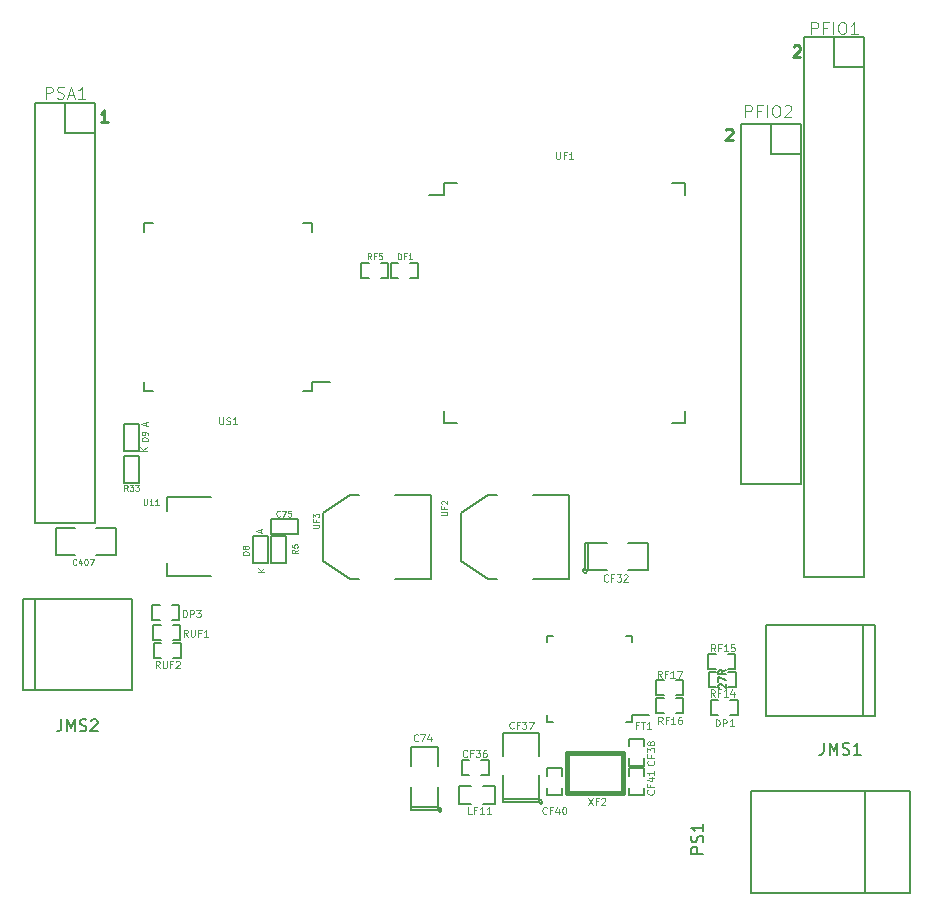
<source format=gto>
G04 #@! TF.FileFunction,Legend,Top*
%FSLAX46Y46*%
G04 Gerber Fmt 4.6, Leading zero omitted, Abs format (unit mm)*
G04 Created by KiCad (PCBNEW 0.201509020901+6148~28~ubuntu14.04.1-product) date Tue 20 Oct 2015 11:08:51 PM COT*
%MOMM*%
G01*
G04 APERTURE LIST*
%ADD10C,0.100000*%
%ADD11C,0.250000*%
%ADD12C,0.110000*%
%ADD13C,0.127000*%
%ADD14C,0.152400*%
%ADD15C,0.150000*%
%ADD16C,0.203200*%
%ADD17C,0.381000*%
%ADD18C,0.120000*%
G04 APERTURE END LIST*
D10*
D11*
X84674286Y-67577619D02*
X84721905Y-67530000D01*
X84817143Y-67482381D01*
X85055239Y-67482381D01*
X85150477Y-67530000D01*
X85198096Y-67577619D01*
X85245715Y-67672857D01*
X85245715Y-67768095D01*
X85198096Y-67910952D01*
X84626667Y-68482381D01*
X85245715Y-68482381D01*
X78934286Y-74617619D02*
X78981905Y-74570000D01*
X79077143Y-74522381D01*
X79315239Y-74522381D01*
X79410477Y-74570000D01*
X79458096Y-74617619D01*
X79505715Y-74712857D01*
X79505715Y-74808095D01*
X79458096Y-74950952D01*
X78886667Y-75522381D01*
X79505715Y-75522381D01*
X26615715Y-73982381D02*
X26044286Y-73982381D01*
X26330000Y-73982381D02*
X26330000Y-72982381D01*
X26234762Y-73125238D01*
X26139524Y-73220476D01*
X26044286Y-73268095D01*
D12*
X39545933Y-108701647D02*
X39545933Y-108463552D01*
X39688790Y-108749266D02*
X39188790Y-108582599D01*
X39688790Y-108415933D01*
X29815000Y-99665714D02*
X29815000Y-99394285D01*
X29977857Y-99719999D02*
X29407857Y-99529999D01*
X29977857Y-99339999D01*
X29947857Y-101809286D02*
X29377857Y-101809286D01*
X29947857Y-101483571D02*
X29622143Y-101727857D01*
X29377857Y-101483571D02*
X29703571Y-101809286D01*
X39868790Y-112043552D02*
X39368790Y-112043552D01*
X39868790Y-111757838D02*
X39583076Y-111972124D01*
X39368790Y-111757838D02*
X39654505Y-112043552D01*
D13*
X40432800Y-107589900D02*
X42718800Y-107589900D01*
X42718800Y-107589900D02*
X42718800Y-108859900D01*
X42718800Y-108859900D02*
X40432800Y-108859900D01*
X40432800Y-108859900D02*
X40432800Y-107589900D01*
X27301000Y-110663300D02*
X27301000Y-108377300D01*
X27301000Y-108377300D02*
X25650000Y-108377300D01*
X23872000Y-110663300D02*
X22221000Y-110663300D01*
X22221000Y-110663300D02*
X22221000Y-108377300D01*
X22221000Y-108377300D02*
X23872000Y-108377300D01*
X25650000Y-110663300D02*
X27301000Y-110663300D01*
X40172600Y-109024600D02*
X40172600Y-111310600D01*
X40172600Y-111310600D02*
X38902600Y-111310600D01*
X38902600Y-111310600D02*
X38902600Y-109024600D01*
X38902600Y-109024600D02*
X40172600Y-109024600D01*
X29215000Y-99557000D02*
X29215000Y-101843000D01*
X29215000Y-101843000D02*
X27945000Y-101843000D01*
X27945000Y-101843000D02*
X27945000Y-99557000D01*
X27945000Y-99557000D02*
X29215000Y-99557000D01*
X41677400Y-109012300D02*
X41677400Y-111298300D01*
X41677400Y-111298300D02*
X40407400Y-111298300D01*
X40407400Y-111298300D02*
X40407400Y-109012300D01*
X40407400Y-109012300D02*
X41677400Y-109012300D01*
X27975000Y-104493000D02*
X27975000Y-102207000D01*
X27975000Y-102207000D02*
X29245000Y-102207000D01*
X29245000Y-102207000D02*
X29245000Y-104493000D01*
X29245000Y-104493000D02*
X27975000Y-104493000D01*
D14*
X31635800Y-106895600D02*
X31635800Y-105727200D01*
X31635800Y-105727200D02*
X35344200Y-105727200D01*
X35344200Y-112432800D02*
X31635800Y-112432800D01*
X31635800Y-112432800D02*
X31635800Y-111264400D01*
D15*
X55105000Y-79125000D02*
X55105000Y-80175000D01*
X75455000Y-79125000D02*
X75455000Y-80175000D01*
X75455000Y-99475000D02*
X75455000Y-98425000D01*
X55105000Y-99475000D02*
X55105000Y-98425000D01*
X55105000Y-79125000D02*
X56155000Y-79125000D01*
X55105000Y-99475000D02*
X56155000Y-99475000D01*
X75455000Y-99475000D02*
X74405000Y-99475000D01*
X75455000Y-79125000D02*
X74405000Y-79125000D01*
X55105000Y-80175000D02*
X53805000Y-80175000D01*
X43915000Y-96765000D02*
X43915000Y-96005000D01*
X29665000Y-96765000D02*
X29665000Y-96005000D01*
X29665000Y-82515000D02*
X29665000Y-83275000D01*
X43915000Y-82515000D02*
X43915000Y-83275000D01*
X43915000Y-96765000D02*
X43155000Y-96765000D01*
X43915000Y-82515000D02*
X43155000Y-82515000D01*
X29665000Y-82515000D02*
X30425000Y-82515000D01*
X29665000Y-96765000D02*
X30425000Y-96765000D01*
X43915000Y-96005000D02*
X45440000Y-96005000D01*
D16*
X67185605Y-111990000D02*
G75*
G03X67185605Y-111990000I-179605J0D01*
G01*
D13*
X67260000Y-109577000D02*
X67006000Y-109577000D01*
X67006000Y-109577000D02*
X67006000Y-111863000D01*
X67006000Y-111863000D02*
X67260000Y-111863000D01*
X67260000Y-109577000D02*
X67260000Y-111863000D01*
X67260000Y-111863000D02*
X68911000Y-111863000D01*
X70689000Y-109577000D02*
X72340000Y-109577000D01*
X72340000Y-109577000D02*
X72340000Y-111863000D01*
X72340000Y-111863000D02*
X70689000Y-111863000D01*
X68911000Y-109577000D02*
X67260000Y-109577000D01*
D15*
X62574000Y-112636000D02*
X65622000Y-112636000D01*
X65622000Y-112636000D02*
X65622000Y-105524000D01*
X65622000Y-105524000D02*
X62574000Y-105524000D01*
X59526000Y-112636000D02*
X58764000Y-112636000D01*
X58764000Y-112636000D02*
X56478000Y-111112000D01*
X56478000Y-111112000D02*
X56478000Y-107048000D01*
X56478000Y-107048000D02*
X58764000Y-105524000D01*
X58764000Y-105524000D02*
X59526000Y-105524000D01*
X50894000Y-112666000D02*
X53942000Y-112666000D01*
X53942000Y-112666000D02*
X53942000Y-105554000D01*
X53942000Y-105554000D02*
X50894000Y-105554000D01*
X47846000Y-112666000D02*
X47084000Y-112666000D01*
X47084000Y-112666000D02*
X44798000Y-111142000D01*
X44798000Y-111142000D02*
X44798000Y-107078000D01*
X44798000Y-107078000D02*
X47084000Y-105554000D01*
X47084000Y-105554000D02*
X47846000Y-105554000D01*
X85560000Y-66750000D02*
X85560000Y-112470000D01*
X90640000Y-112470000D02*
X90640000Y-69290000D01*
X85560000Y-112470000D02*
X90640000Y-112470000D01*
X85560000Y-66750000D02*
X88100000Y-66750000D01*
X90640000Y-66750000D02*
X90640000Y-69290000D01*
X88100000Y-66750000D02*
X88100000Y-69290000D01*
X88100000Y-69290000D02*
X90640000Y-69290000D01*
X90640000Y-66750000D02*
X88100000Y-66750000D01*
X80210000Y-104580000D02*
X80210000Y-74100000D01*
X85290000Y-76640000D02*
X85290000Y-104580000D01*
X80210000Y-104580000D02*
X85290000Y-104580000D01*
X80210000Y-74100000D02*
X82750000Y-74100000D01*
X85290000Y-74100000D02*
X85290000Y-76640000D01*
X82750000Y-74100000D02*
X82750000Y-76640000D01*
X82750000Y-76640000D02*
X85290000Y-76640000D01*
X85290000Y-74100000D02*
X82750000Y-74100000D01*
X20410000Y-107910000D02*
X20410000Y-72350000D01*
X25490000Y-74890000D02*
X25490000Y-107910000D01*
X20410000Y-107910000D02*
X25490000Y-107910000D01*
X20410000Y-72350000D02*
X22950000Y-72350000D01*
X25490000Y-72350000D02*
X25490000Y-74890000D01*
X22950000Y-72350000D02*
X22950000Y-74890000D01*
X22950000Y-74890000D02*
X25490000Y-74890000D01*
X25490000Y-72350000D02*
X22950000Y-72350000D01*
D14*
X50547000Y-85925000D02*
X51182000Y-85925000D01*
X52833000Y-85925000D02*
X52198000Y-85925000D01*
X52833000Y-87195000D02*
X52833000Y-85925000D01*
X50547000Y-87195000D02*
X50547000Y-85925000D01*
X52833000Y-87195000D02*
X52198000Y-87195000D01*
X50547000Y-87195000D02*
X51182000Y-87195000D01*
X50373000Y-87195000D02*
X49738000Y-87195000D01*
X48087000Y-87195000D02*
X48722000Y-87195000D01*
X48087000Y-85925000D02*
X48087000Y-87195000D01*
X50373000Y-85925000D02*
X50373000Y-87195000D01*
X48087000Y-85925000D02*
X48722000Y-85925000D01*
X50373000Y-85925000D02*
X49738000Y-85925000D01*
X58853000Y-129215000D02*
X58218000Y-129215000D01*
X56567000Y-129215000D02*
X57202000Y-129215000D01*
X56567000Y-127945000D02*
X56567000Y-129215000D01*
X58853000Y-127945000D02*
X58853000Y-129215000D01*
X56567000Y-127945000D02*
X57202000Y-127945000D01*
X58853000Y-127945000D02*
X58218000Y-127945000D01*
D13*
X60056000Y-131294000D02*
X60056000Y-131548000D01*
X60056000Y-131548000D02*
X63104000Y-131548000D01*
X63104000Y-131548000D02*
X63104000Y-131294000D01*
D16*
X63410605Y-131548000D02*
G75*
G03X63410605Y-131548000I-179605J0D01*
G01*
D13*
X63104000Y-127611000D02*
X63104000Y-125706000D01*
X63104000Y-125706000D02*
X60056000Y-125706000D01*
X60056000Y-125706000D02*
X60056000Y-127611000D01*
X60056000Y-129262000D02*
X60056000Y-131294000D01*
X60056000Y-131294000D02*
X63104000Y-131294000D01*
X63104000Y-131294000D02*
X63104000Y-129262000D01*
D14*
X70705000Y-128473000D02*
X70705000Y-127838000D01*
X70705000Y-126187000D02*
X70705000Y-126822000D01*
X71975000Y-126187000D02*
X70705000Y-126187000D01*
X71975000Y-128473000D02*
X70705000Y-128473000D01*
X71975000Y-126187000D02*
X71975000Y-126822000D01*
X71975000Y-128473000D02*
X71975000Y-127838000D01*
X65035000Y-128677000D02*
X65035000Y-129312000D01*
X65035000Y-130963000D02*
X65035000Y-130328000D01*
X63765000Y-130963000D02*
X65035000Y-130963000D01*
X63765000Y-128677000D02*
X65035000Y-128677000D01*
X63765000Y-130963000D02*
X63765000Y-130328000D01*
X63765000Y-128677000D02*
X63765000Y-129312000D01*
X71985000Y-128687000D02*
X71985000Y-129322000D01*
X71985000Y-130973000D02*
X71985000Y-130338000D01*
X70715000Y-130973000D02*
X71985000Y-130973000D01*
X70715000Y-128687000D02*
X71985000Y-128687000D01*
X70715000Y-130973000D02*
X70715000Y-130338000D01*
X70715000Y-128687000D02*
X70715000Y-129322000D01*
D15*
X71025000Y-124735000D02*
X71025000Y-124210000D01*
X63775000Y-124735000D02*
X63775000Y-124210000D01*
X63775000Y-117485000D02*
X63775000Y-118010000D01*
X71025000Y-117485000D02*
X71025000Y-118010000D01*
X71025000Y-124735000D02*
X70500000Y-124735000D01*
X71025000Y-117485000D02*
X70500000Y-117485000D01*
X63775000Y-117485000D02*
X64300000Y-117485000D01*
X63775000Y-124735000D02*
X64300000Y-124735000D01*
X71025000Y-124210000D02*
X72400000Y-124210000D01*
D13*
X57402000Y-131682000D02*
X56386000Y-131682000D01*
X56386000Y-131682000D02*
X56386000Y-130158000D01*
X56386000Y-130158000D02*
X57402000Y-130158000D01*
X58418000Y-130158000D02*
X59434000Y-130158000D01*
X59434000Y-130158000D02*
X59434000Y-131682000D01*
X59434000Y-131682000D02*
X58418000Y-131682000D01*
D14*
X77497000Y-120495000D02*
X78132000Y-120495000D01*
X79783000Y-120495000D02*
X79148000Y-120495000D01*
X79783000Y-121765000D02*
X79783000Y-120495000D01*
X77497000Y-121765000D02*
X77497000Y-120495000D01*
X79783000Y-121765000D02*
X79148000Y-121765000D01*
X77497000Y-121765000D02*
X78132000Y-121765000D01*
X77457000Y-118985000D02*
X78092000Y-118985000D01*
X79743000Y-118985000D02*
X79108000Y-118985000D01*
X79743000Y-120255000D02*
X79743000Y-118985000D01*
X77457000Y-120255000D02*
X77457000Y-118985000D01*
X79743000Y-120255000D02*
X79108000Y-120255000D01*
X77457000Y-120255000D02*
X78092000Y-120255000D01*
X75343000Y-124015000D02*
X74708000Y-124015000D01*
X73057000Y-124015000D02*
X73692000Y-124015000D01*
X73057000Y-122745000D02*
X73057000Y-124015000D01*
X75343000Y-122745000D02*
X75343000Y-124015000D01*
X73057000Y-122745000D02*
X73692000Y-122745000D01*
X75343000Y-122745000D02*
X74708000Y-122745000D01*
X73037000Y-121235000D02*
X73672000Y-121235000D01*
X75323000Y-121235000D02*
X74688000Y-121235000D01*
X75323000Y-122505000D02*
X75323000Y-121235000D01*
X73037000Y-122505000D02*
X73037000Y-121235000D01*
X75323000Y-122505000D02*
X74688000Y-122505000D01*
X73037000Y-122505000D02*
X73672000Y-122505000D01*
D16*
X54869605Y-132214000D02*
G75*
G03X54869605Y-132214000I-179605J0D01*
G01*
D13*
X52277000Y-131960000D02*
X52277000Y-132214000D01*
X52277000Y-132214000D02*
X54563000Y-132214000D01*
X54563000Y-132214000D02*
X54563000Y-131960000D01*
X52277000Y-131960000D02*
X54563000Y-131960000D01*
X54563000Y-131960000D02*
X54563000Y-130309000D01*
X52277000Y-128531000D02*
X52277000Y-126880000D01*
X52277000Y-126880000D02*
X54563000Y-126880000D01*
X54563000Y-126880000D02*
X54563000Y-128531000D01*
X52277000Y-130309000D02*
X52277000Y-131960000D01*
D15*
X90549180Y-124220640D02*
X90549180Y-116519360D01*
X91549940Y-124220640D02*
X91549940Y-116519360D01*
X91549940Y-116519360D02*
X82350060Y-116519360D01*
X82350060Y-116519360D02*
X82350060Y-124220640D01*
X82350060Y-124220640D02*
X91549940Y-124220640D01*
D14*
X77677000Y-122945000D02*
X78312000Y-122945000D01*
X79963000Y-122945000D02*
X79328000Y-122945000D01*
X79963000Y-124215000D02*
X79963000Y-122945000D01*
X77677000Y-124215000D02*
X77677000Y-122945000D01*
X79963000Y-124215000D02*
X79328000Y-124215000D01*
X77677000Y-124215000D02*
X78312000Y-124215000D01*
D15*
X93792000Y-139268000D02*
X94554000Y-139268000D01*
X94554000Y-139268000D02*
X94554000Y-130632000D01*
X94554000Y-130632000D02*
X93792000Y-130632000D01*
X90744000Y-139268000D02*
X90744000Y-130632000D01*
X81092000Y-139268000D02*
X81092000Y-130632000D01*
X93792000Y-130632000D02*
X81092000Y-130632000D01*
X93792000Y-139268000D02*
X81092000Y-139268000D01*
D14*
X32663000Y-116165000D02*
X32028000Y-116165000D01*
X30377000Y-116165000D02*
X31012000Y-116165000D01*
X30377000Y-114895000D02*
X30377000Y-116165000D01*
X32663000Y-114895000D02*
X32663000Y-116165000D01*
X30377000Y-114895000D02*
X31012000Y-114895000D01*
X32663000Y-114895000D02*
X32028000Y-114895000D01*
D15*
X20440820Y-114339360D02*
X20440820Y-122040640D01*
X19440060Y-114339360D02*
X19440060Y-122040640D01*
X19440060Y-122040640D02*
X28639940Y-122040640D01*
X28639940Y-122040640D02*
X28639940Y-114339360D01*
X28639940Y-114339360D02*
X19440060Y-114339360D01*
D14*
X32763000Y-117845000D02*
X32128000Y-117845000D01*
X30477000Y-117845000D02*
X31112000Y-117845000D01*
X30477000Y-116575000D02*
X30477000Y-117845000D01*
X32763000Y-116575000D02*
X32763000Y-117845000D01*
X30477000Y-116575000D02*
X31112000Y-116575000D01*
X32763000Y-116575000D02*
X32128000Y-116575000D01*
X32803000Y-119365000D02*
X32168000Y-119365000D01*
X30517000Y-119365000D02*
X31152000Y-119365000D01*
X30517000Y-118095000D02*
X30517000Y-119365000D01*
X32803000Y-118095000D02*
X32803000Y-119365000D01*
X30517000Y-118095000D02*
X31152000Y-118095000D01*
X32803000Y-118095000D02*
X32168000Y-118095000D01*
D17*
X70220000Y-130660000D02*
X70220000Y-127460000D01*
X70220000Y-127460000D02*
X70220000Y-127360000D01*
X70220000Y-127360000D02*
X65520000Y-127360000D01*
X65520000Y-127360000D02*
X65520000Y-130760000D01*
X65520000Y-130760000D02*
X70220000Y-130760000D01*
D18*
X41190872Y-107323971D02*
X41167062Y-107347781D01*
X41095634Y-107371590D01*
X41048015Y-107371590D01*
X40976586Y-107347781D01*
X40928967Y-107300162D01*
X40905158Y-107252543D01*
X40881348Y-107157305D01*
X40881348Y-107085876D01*
X40905158Y-106990638D01*
X40928967Y-106943019D01*
X40976586Y-106895400D01*
X41048015Y-106871590D01*
X41095634Y-106871590D01*
X41167062Y-106895400D01*
X41190872Y-106919210D01*
X41357539Y-106871590D02*
X41690872Y-106871590D01*
X41476586Y-107371590D01*
X42119443Y-106871590D02*
X41881348Y-106871590D01*
X41857538Y-107109686D01*
X41881348Y-107085876D01*
X41928967Y-107062067D01*
X42048014Y-107062067D01*
X42095633Y-107085876D01*
X42119443Y-107109686D01*
X42143252Y-107157305D01*
X42143252Y-107276352D01*
X42119443Y-107323971D01*
X42095633Y-107347781D01*
X42048014Y-107371590D01*
X41928967Y-107371590D01*
X41881348Y-107347781D01*
X41857538Y-107323971D01*
X23951477Y-111428871D02*
X23927667Y-111452681D01*
X23856239Y-111476490D01*
X23808620Y-111476490D01*
X23737191Y-111452681D01*
X23689572Y-111405062D01*
X23665763Y-111357443D01*
X23641953Y-111262205D01*
X23641953Y-111190776D01*
X23665763Y-111095538D01*
X23689572Y-111047919D01*
X23737191Y-111000300D01*
X23808620Y-110976490D01*
X23856239Y-110976490D01*
X23927667Y-111000300D01*
X23951477Y-111024110D01*
X24380048Y-111143157D02*
X24380048Y-111476490D01*
X24261001Y-110952681D02*
X24141953Y-111309824D01*
X24451477Y-111309824D01*
X24737191Y-110976490D02*
X24784810Y-110976490D01*
X24832429Y-111000300D01*
X24856238Y-111024110D01*
X24880048Y-111071729D01*
X24903857Y-111166967D01*
X24903857Y-111286014D01*
X24880048Y-111381252D01*
X24856238Y-111428871D01*
X24832429Y-111452681D01*
X24784810Y-111476490D01*
X24737191Y-111476490D01*
X24689572Y-111452681D01*
X24665762Y-111428871D01*
X24641953Y-111381252D01*
X24618143Y-111286014D01*
X24618143Y-111166967D01*
X24641953Y-111071729D01*
X24665762Y-111024110D01*
X24689572Y-111000300D01*
X24737191Y-110976490D01*
X25070524Y-110976490D02*
X25403857Y-110976490D01*
X25189571Y-111476490D01*
X38538790Y-110601647D02*
X38038790Y-110601647D01*
X38038790Y-110482600D01*
X38062600Y-110411171D01*
X38110219Y-110363552D01*
X38157838Y-110339743D01*
X38253076Y-110315933D01*
X38324505Y-110315933D01*
X38419743Y-110339743D01*
X38467362Y-110363552D01*
X38514981Y-110411171D01*
X38538790Y-110482600D01*
X38538790Y-110601647D01*
X38253076Y-110030219D02*
X38229267Y-110077838D01*
X38205457Y-110101647D01*
X38157838Y-110125457D01*
X38134029Y-110125457D01*
X38086410Y-110101647D01*
X38062600Y-110077838D01*
X38038790Y-110030219D01*
X38038790Y-109934981D01*
X38062600Y-109887362D01*
X38086410Y-109863552D01*
X38134029Y-109839743D01*
X38157838Y-109839743D01*
X38205457Y-109863552D01*
X38229267Y-109887362D01*
X38253076Y-109934981D01*
X38253076Y-110030219D01*
X38276886Y-110077838D01*
X38300695Y-110101647D01*
X38348314Y-110125457D01*
X38443552Y-110125457D01*
X38491171Y-110101647D01*
X38514981Y-110077838D01*
X38538790Y-110030219D01*
X38538790Y-109934981D01*
X38514981Y-109887362D01*
X38491171Y-109863552D01*
X38443552Y-109839743D01*
X38348314Y-109839743D01*
X38300695Y-109863552D01*
X38276886Y-109887362D01*
X38253076Y-109934981D01*
D10*
X29976190Y-100949047D02*
X29476190Y-100949047D01*
X29476190Y-100830000D01*
X29500000Y-100758571D01*
X29547619Y-100710952D01*
X29595238Y-100687143D01*
X29690476Y-100663333D01*
X29761905Y-100663333D01*
X29857143Y-100687143D01*
X29904762Y-100710952D01*
X29952381Y-100758571D01*
X29976190Y-100830000D01*
X29976190Y-100949047D01*
X29976190Y-100425238D02*
X29976190Y-100330000D01*
X29952381Y-100282381D01*
X29928571Y-100258571D01*
X29857143Y-100210952D01*
X29761905Y-100187143D01*
X29571429Y-100187143D01*
X29523810Y-100210952D01*
X29500000Y-100234762D01*
X29476190Y-100282381D01*
X29476190Y-100377619D01*
X29500000Y-100425238D01*
X29523810Y-100449047D01*
X29571429Y-100472857D01*
X29690476Y-100472857D01*
X29738095Y-100449047D01*
X29761905Y-100425238D01*
X29785714Y-100377619D01*
X29785714Y-100282381D01*
X29761905Y-100234762D01*
X29738095Y-100210952D01*
X29690476Y-100187143D01*
D18*
X42688590Y-110203633D02*
X42450495Y-110370300D01*
X42688590Y-110489347D02*
X42188590Y-110489347D01*
X42188590Y-110298871D01*
X42212400Y-110251252D01*
X42236210Y-110227443D01*
X42283829Y-110203633D01*
X42355257Y-110203633D01*
X42402876Y-110227443D01*
X42426686Y-110251252D01*
X42450495Y-110298871D01*
X42450495Y-110489347D01*
X42188590Y-109751252D02*
X42188590Y-109989347D01*
X42426686Y-110013157D01*
X42402876Y-109989347D01*
X42379067Y-109941728D01*
X42379067Y-109822681D01*
X42402876Y-109775062D01*
X42426686Y-109751252D01*
X42474305Y-109727443D01*
X42593352Y-109727443D01*
X42640971Y-109751252D01*
X42664781Y-109775062D01*
X42688590Y-109822681D01*
X42688590Y-109941728D01*
X42664781Y-109989347D01*
X42640971Y-110013157D01*
X28288572Y-105196190D02*
X28121905Y-104958095D01*
X28002858Y-105196190D02*
X28002858Y-104696190D01*
X28193334Y-104696190D01*
X28240953Y-104720000D01*
X28264762Y-104743810D01*
X28288572Y-104791429D01*
X28288572Y-104862857D01*
X28264762Y-104910476D01*
X28240953Y-104934286D01*
X28193334Y-104958095D01*
X28002858Y-104958095D01*
X28455239Y-104696190D02*
X28764762Y-104696190D01*
X28598096Y-104886667D01*
X28669524Y-104886667D01*
X28717143Y-104910476D01*
X28740953Y-104934286D01*
X28764762Y-104981905D01*
X28764762Y-105100952D01*
X28740953Y-105148571D01*
X28717143Y-105172381D01*
X28669524Y-105196190D01*
X28526667Y-105196190D01*
X28479048Y-105172381D01*
X28455239Y-105148571D01*
X28931429Y-104696190D02*
X29240952Y-104696190D01*
X29074286Y-104886667D01*
X29145714Y-104886667D01*
X29193333Y-104910476D01*
X29217143Y-104934286D01*
X29240952Y-104981905D01*
X29240952Y-105100952D01*
X29217143Y-105148571D01*
X29193333Y-105172381D01*
X29145714Y-105196190D01*
X29002857Y-105196190D01*
X28955238Y-105172381D01*
X28931429Y-105148571D01*
X29641053Y-105893690D02*
X29641053Y-106298452D01*
X29664862Y-106346071D01*
X29688672Y-106369881D01*
X29736291Y-106393690D01*
X29831529Y-106393690D01*
X29879148Y-106369881D01*
X29902957Y-106346071D01*
X29926767Y-106298452D01*
X29926767Y-105893690D01*
X30426767Y-106393690D02*
X30141053Y-106393690D01*
X30283910Y-106393690D02*
X30283910Y-105893690D01*
X30236291Y-105965119D01*
X30188672Y-106012738D01*
X30141053Y-106036548D01*
X30902957Y-106393690D02*
X30617243Y-106393690D01*
X30760100Y-106393690D02*
X30760100Y-105893690D01*
X30712481Y-105965119D01*
X30664862Y-106012738D01*
X30617243Y-106036548D01*
X64565714Y-76496429D02*
X64565714Y-76982143D01*
X64594286Y-77039286D01*
X64622857Y-77067857D01*
X64680000Y-77096429D01*
X64794286Y-77096429D01*
X64851428Y-77067857D01*
X64880000Y-77039286D01*
X64908571Y-76982143D01*
X64908571Y-76496429D01*
X65394285Y-76782143D02*
X65194285Y-76782143D01*
X65194285Y-77096429D02*
X65194285Y-76496429D01*
X65479999Y-76496429D01*
X66022857Y-77096429D02*
X65680000Y-77096429D01*
X65851428Y-77096429D02*
X65851428Y-76496429D01*
X65794285Y-76582143D01*
X65737143Y-76639286D01*
X65680000Y-76667857D01*
X36047143Y-98961429D02*
X36047143Y-99447143D01*
X36075715Y-99504286D01*
X36104286Y-99532857D01*
X36161429Y-99561429D01*
X36275715Y-99561429D01*
X36332857Y-99532857D01*
X36361429Y-99504286D01*
X36390000Y-99447143D01*
X36390000Y-98961429D01*
X36647143Y-99532857D02*
X36732857Y-99561429D01*
X36875714Y-99561429D01*
X36932857Y-99532857D01*
X36961428Y-99504286D01*
X36990000Y-99447143D01*
X36990000Y-99390000D01*
X36961428Y-99332857D01*
X36932857Y-99304286D01*
X36875714Y-99275714D01*
X36761428Y-99247143D01*
X36704286Y-99218571D01*
X36675714Y-99190000D01*
X36647143Y-99132857D01*
X36647143Y-99075714D01*
X36675714Y-99018571D01*
X36704286Y-98990000D01*
X36761428Y-98961429D01*
X36904286Y-98961429D01*
X36990000Y-98990000D01*
X37561429Y-99561429D02*
X37218572Y-99561429D01*
X37390000Y-99561429D02*
X37390000Y-98961429D01*
X37332857Y-99047143D01*
X37275715Y-99104286D01*
X37218572Y-99132857D01*
X68966642Y-112813886D02*
X68938071Y-112842457D01*
X68852357Y-112871029D01*
X68795214Y-112871029D01*
X68709499Y-112842457D01*
X68652357Y-112785314D01*
X68623785Y-112728171D01*
X68595214Y-112613886D01*
X68595214Y-112528171D01*
X68623785Y-112413886D01*
X68652357Y-112356743D01*
X68709499Y-112299600D01*
X68795214Y-112271029D01*
X68852357Y-112271029D01*
X68938071Y-112299600D01*
X68966642Y-112328171D01*
X69423785Y-112556743D02*
X69223785Y-112556743D01*
X69223785Y-112871029D02*
X69223785Y-112271029D01*
X69509499Y-112271029D01*
X69680928Y-112271029D02*
X70052357Y-112271029D01*
X69852357Y-112499600D01*
X69938071Y-112499600D01*
X69995214Y-112528171D01*
X70023785Y-112556743D01*
X70052357Y-112613886D01*
X70052357Y-112756743D01*
X70023785Y-112813886D01*
X69995214Y-112842457D01*
X69938071Y-112871029D01*
X69766643Y-112871029D01*
X69709500Y-112842457D01*
X69680928Y-112813886D01*
X70280929Y-112328171D02*
X70309500Y-112299600D01*
X70366643Y-112271029D01*
X70509500Y-112271029D01*
X70566643Y-112299600D01*
X70595214Y-112328171D01*
X70623786Y-112385314D01*
X70623786Y-112442457D01*
X70595214Y-112528171D01*
X70252357Y-112871029D01*
X70623786Y-112871029D01*
X54840190Y-107232637D02*
X55244952Y-107232637D01*
X55292571Y-107208828D01*
X55316381Y-107185018D01*
X55340190Y-107137399D01*
X55340190Y-107042161D01*
X55316381Y-106994542D01*
X55292571Y-106970733D01*
X55244952Y-106946923D01*
X54840190Y-106946923D01*
X55078286Y-106542161D02*
X55078286Y-106708827D01*
X55340190Y-106708827D02*
X54840190Y-106708827D01*
X54840190Y-106470732D01*
X54887810Y-106304066D02*
X54864000Y-106280256D01*
X54840190Y-106232637D01*
X54840190Y-106113590D01*
X54864000Y-106065971D01*
X54887810Y-106042161D01*
X54935429Y-106018352D01*
X54983048Y-106018352D01*
X55054476Y-106042161D01*
X55340190Y-106327875D01*
X55340190Y-106018352D01*
X43981690Y-108337537D02*
X44386452Y-108337537D01*
X44434071Y-108313728D01*
X44457881Y-108289918D01*
X44481690Y-108242299D01*
X44481690Y-108147061D01*
X44457881Y-108099442D01*
X44434071Y-108075633D01*
X44386452Y-108051823D01*
X43981690Y-108051823D01*
X44219786Y-107647061D02*
X44219786Y-107813727D01*
X44481690Y-107813727D02*
X43981690Y-107813727D01*
X43981690Y-107575632D01*
X43981690Y-107432775D02*
X43981690Y-107123252D01*
X44172167Y-107289918D01*
X44172167Y-107218490D01*
X44195976Y-107170871D01*
X44219786Y-107147061D01*
X44267405Y-107123252D01*
X44386452Y-107123252D01*
X44434071Y-107147061D01*
X44457881Y-107170871D01*
X44481690Y-107218490D01*
X44481690Y-107361347D01*
X44457881Y-107408966D01*
X44434071Y-107432775D01*
X86181429Y-66512381D02*
X86181429Y-65512381D01*
X86562382Y-65512381D01*
X86657620Y-65560000D01*
X86705239Y-65607619D01*
X86752858Y-65702857D01*
X86752858Y-65845714D01*
X86705239Y-65940952D01*
X86657620Y-65988571D01*
X86562382Y-66036190D01*
X86181429Y-66036190D01*
X87514763Y-65988571D02*
X87181429Y-65988571D01*
X87181429Y-66512381D02*
X87181429Y-65512381D01*
X87657620Y-65512381D01*
X88038572Y-66512381D02*
X88038572Y-65512381D01*
X88705238Y-65512381D02*
X88895715Y-65512381D01*
X88990953Y-65560000D01*
X89086191Y-65655238D01*
X89133810Y-65845714D01*
X89133810Y-66179048D01*
X89086191Y-66369524D01*
X88990953Y-66464762D01*
X88895715Y-66512381D01*
X88705238Y-66512381D01*
X88610000Y-66464762D01*
X88514762Y-66369524D01*
X88467143Y-66179048D01*
X88467143Y-65845714D01*
X88514762Y-65655238D01*
X88610000Y-65560000D01*
X88705238Y-65512381D01*
X90086191Y-66512381D02*
X89514762Y-66512381D01*
X89800476Y-66512381D02*
X89800476Y-65512381D01*
X89705238Y-65655238D01*
X89610000Y-65750476D01*
X89514762Y-65798095D01*
X80581429Y-73542381D02*
X80581429Y-72542381D01*
X80962382Y-72542381D01*
X81057620Y-72590000D01*
X81105239Y-72637619D01*
X81152858Y-72732857D01*
X81152858Y-72875714D01*
X81105239Y-72970952D01*
X81057620Y-73018571D01*
X80962382Y-73066190D01*
X80581429Y-73066190D01*
X81914763Y-73018571D02*
X81581429Y-73018571D01*
X81581429Y-73542381D02*
X81581429Y-72542381D01*
X82057620Y-72542381D01*
X82438572Y-73542381D02*
X82438572Y-72542381D01*
X83105238Y-72542381D02*
X83295715Y-72542381D01*
X83390953Y-72590000D01*
X83486191Y-72685238D01*
X83533810Y-72875714D01*
X83533810Y-73209048D01*
X83486191Y-73399524D01*
X83390953Y-73494762D01*
X83295715Y-73542381D01*
X83105238Y-73542381D01*
X83010000Y-73494762D01*
X82914762Y-73399524D01*
X82867143Y-73209048D01*
X82867143Y-72875714D01*
X82914762Y-72685238D01*
X83010000Y-72590000D01*
X83105238Y-72542381D01*
X83914762Y-72637619D02*
X83962381Y-72590000D01*
X84057619Y-72542381D01*
X84295715Y-72542381D01*
X84390953Y-72590000D01*
X84438572Y-72637619D01*
X84486191Y-72732857D01*
X84486191Y-72828095D01*
X84438572Y-72970952D01*
X83867143Y-73542381D01*
X84486191Y-73542381D01*
X21357143Y-71982381D02*
X21357143Y-70982381D01*
X21738096Y-70982381D01*
X21833334Y-71030000D01*
X21880953Y-71077619D01*
X21928572Y-71172857D01*
X21928572Y-71315714D01*
X21880953Y-71410952D01*
X21833334Y-71458571D01*
X21738096Y-71506190D01*
X21357143Y-71506190D01*
X22309524Y-71934762D02*
X22452381Y-71982381D01*
X22690477Y-71982381D01*
X22785715Y-71934762D01*
X22833334Y-71887143D01*
X22880953Y-71791905D01*
X22880953Y-71696667D01*
X22833334Y-71601429D01*
X22785715Y-71553810D01*
X22690477Y-71506190D01*
X22500000Y-71458571D01*
X22404762Y-71410952D01*
X22357143Y-71363333D01*
X22309524Y-71268095D01*
X22309524Y-71172857D01*
X22357143Y-71077619D01*
X22404762Y-71030000D01*
X22500000Y-70982381D01*
X22738096Y-70982381D01*
X22880953Y-71030000D01*
X23261905Y-71696667D02*
X23738096Y-71696667D01*
X23166667Y-71982381D02*
X23500000Y-70982381D01*
X23833334Y-71982381D01*
X24690477Y-71982381D02*
X24119048Y-71982381D01*
X24404762Y-71982381D02*
X24404762Y-70982381D01*
X24309524Y-71125238D01*
X24214286Y-71220476D01*
X24119048Y-71268095D01*
X51176668Y-85596190D02*
X51176668Y-85096190D01*
X51295715Y-85096190D01*
X51367144Y-85120000D01*
X51414763Y-85167619D01*
X51438572Y-85215238D01*
X51462382Y-85310476D01*
X51462382Y-85381905D01*
X51438572Y-85477143D01*
X51414763Y-85524762D01*
X51367144Y-85572381D01*
X51295715Y-85596190D01*
X51176668Y-85596190D01*
X51843334Y-85334286D02*
X51676668Y-85334286D01*
X51676668Y-85596190D02*
X51676668Y-85096190D01*
X51914763Y-85096190D01*
X52367143Y-85596190D02*
X52081429Y-85596190D01*
X52224286Y-85596190D02*
X52224286Y-85096190D01*
X52176667Y-85167619D01*
X52129048Y-85215238D01*
X52081429Y-85239048D01*
X48922382Y-85576190D02*
X48755715Y-85338095D01*
X48636668Y-85576190D02*
X48636668Y-85076190D01*
X48827144Y-85076190D01*
X48874763Y-85100000D01*
X48898572Y-85123810D01*
X48922382Y-85171429D01*
X48922382Y-85242857D01*
X48898572Y-85290476D01*
X48874763Y-85314286D01*
X48827144Y-85338095D01*
X48636668Y-85338095D01*
X49303334Y-85314286D02*
X49136668Y-85314286D01*
X49136668Y-85576190D02*
X49136668Y-85076190D01*
X49374763Y-85076190D01*
X49803334Y-85076190D02*
X49565239Y-85076190D01*
X49541429Y-85314286D01*
X49565239Y-85290476D01*
X49612858Y-85266667D01*
X49731905Y-85266667D01*
X49779524Y-85290476D01*
X49803334Y-85314286D01*
X49827143Y-85361905D01*
X49827143Y-85480952D01*
X49803334Y-85528571D01*
X49779524Y-85552381D01*
X49731905Y-85576190D01*
X49612858Y-85576190D01*
X49565239Y-85552381D01*
X49541429Y-85528571D01*
X57037142Y-127684286D02*
X57008571Y-127712857D01*
X56922857Y-127741429D01*
X56865714Y-127741429D01*
X56779999Y-127712857D01*
X56722857Y-127655714D01*
X56694285Y-127598571D01*
X56665714Y-127484286D01*
X56665714Y-127398571D01*
X56694285Y-127284286D01*
X56722857Y-127227143D01*
X56779999Y-127170000D01*
X56865714Y-127141429D01*
X56922857Y-127141429D01*
X57008571Y-127170000D01*
X57037142Y-127198571D01*
X57494285Y-127427143D02*
X57294285Y-127427143D01*
X57294285Y-127741429D02*
X57294285Y-127141429D01*
X57579999Y-127141429D01*
X57751428Y-127141429D02*
X58122857Y-127141429D01*
X57922857Y-127370000D01*
X58008571Y-127370000D01*
X58065714Y-127398571D01*
X58094285Y-127427143D01*
X58122857Y-127484286D01*
X58122857Y-127627143D01*
X58094285Y-127684286D01*
X58065714Y-127712857D01*
X58008571Y-127741429D01*
X57837143Y-127741429D01*
X57780000Y-127712857D01*
X57751428Y-127684286D01*
X58637143Y-127141429D02*
X58522857Y-127141429D01*
X58465714Y-127170000D01*
X58437143Y-127198571D01*
X58380000Y-127284286D01*
X58351429Y-127398571D01*
X58351429Y-127627143D01*
X58380000Y-127684286D01*
X58408572Y-127712857D01*
X58465714Y-127741429D01*
X58580000Y-127741429D01*
X58637143Y-127712857D01*
X58665714Y-127684286D01*
X58694286Y-127627143D01*
X58694286Y-127484286D01*
X58665714Y-127427143D01*
X58637143Y-127398571D01*
X58580000Y-127370000D01*
X58465714Y-127370000D01*
X58408572Y-127398571D01*
X58380000Y-127427143D01*
X58351429Y-127484286D01*
X60967142Y-125274286D02*
X60938571Y-125302857D01*
X60852857Y-125331429D01*
X60795714Y-125331429D01*
X60709999Y-125302857D01*
X60652857Y-125245714D01*
X60624285Y-125188571D01*
X60595714Y-125074286D01*
X60595714Y-124988571D01*
X60624285Y-124874286D01*
X60652857Y-124817143D01*
X60709999Y-124760000D01*
X60795714Y-124731429D01*
X60852857Y-124731429D01*
X60938571Y-124760000D01*
X60967142Y-124788571D01*
X61424285Y-125017143D02*
X61224285Y-125017143D01*
X61224285Y-125331429D02*
X61224285Y-124731429D01*
X61509999Y-124731429D01*
X61681428Y-124731429D02*
X62052857Y-124731429D01*
X61852857Y-124960000D01*
X61938571Y-124960000D01*
X61995714Y-124988571D01*
X62024285Y-125017143D01*
X62052857Y-125074286D01*
X62052857Y-125217143D01*
X62024285Y-125274286D01*
X61995714Y-125302857D01*
X61938571Y-125331429D01*
X61767143Y-125331429D01*
X61710000Y-125302857D01*
X61681428Y-125274286D01*
X62252857Y-124731429D02*
X62652857Y-124731429D01*
X62395714Y-125331429D01*
X72834286Y-128052858D02*
X72862857Y-128081429D01*
X72891429Y-128167143D01*
X72891429Y-128224286D01*
X72862857Y-128310001D01*
X72805714Y-128367143D01*
X72748571Y-128395715D01*
X72634286Y-128424286D01*
X72548571Y-128424286D01*
X72434286Y-128395715D01*
X72377143Y-128367143D01*
X72320000Y-128310001D01*
X72291429Y-128224286D01*
X72291429Y-128167143D01*
X72320000Y-128081429D01*
X72348571Y-128052858D01*
X72577143Y-127595715D02*
X72577143Y-127795715D01*
X72891429Y-127795715D02*
X72291429Y-127795715D01*
X72291429Y-127510001D01*
X72291429Y-127338572D02*
X72291429Y-126967143D01*
X72520000Y-127167143D01*
X72520000Y-127081429D01*
X72548571Y-127024286D01*
X72577143Y-126995715D01*
X72634286Y-126967143D01*
X72777143Y-126967143D01*
X72834286Y-126995715D01*
X72862857Y-127024286D01*
X72891429Y-127081429D01*
X72891429Y-127252857D01*
X72862857Y-127310000D01*
X72834286Y-127338572D01*
X72548571Y-126624286D02*
X72520000Y-126681428D01*
X72491429Y-126710000D01*
X72434286Y-126738571D01*
X72405714Y-126738571D01*
X72348571Y-126710000D01*
X72320000Y-126681428D01*
X72291429Y-126624286D01*
X72291429Y-126510000D01*
X72320000Y-126452857D01*
X72348571Y-126424286D01*
X72405714Y-126395714D01*
X72434286Y-126395714D01*
X72491429Y-126424286D01*
X72520000Y-126452857D01*
X72548571Y-126510000D01*
X72548571Y-126624286D01*
X72577143Y-126681428D01*
X72605714Y-126710000D01*
X72662857Y-126738571D01*
X72777143Y-126738571D01*
X72834286Y-126710000D01*
X72862857Y-126681428D01*
X72891429Y-126624286D01*
X72891429Y-126510000D01*
X72862857Y-126452857D01*
X72834286Y-126424286D01*
X72777143Y-126395714D01*
X72662857Y-126395714D01*
X72605714Y-126424286D01*
X72577143Y-126452857D01*
X72548571Y-126510000D01*
X63767142Y-132494286D02*
X63738571Y-132522857D01*
X63652857Y-132551429D01*
X63595714Y-132551429D01*
X63509999Y-132522857D01*
X63452857Y-132465714D01*
X63424285Y-132408571D01*
X63395714Y-132294286D01*
X63395714Y-132208571D01*
X63424285Y-132094286D01*
X63452857Y-132037143D01*
X63509999Y-131980000D01*
X63595714Y-131951429D01*
X63652857Y-131951429D01*
X63738571Y-131980000D01*
X63767142Y-132008571D01*
X64224285Y-132237143D02*
X64024285Y-132237143D01*
X64024285Y-132551429D02*
X64024285Y-131951429D01*
X64309999Y-131951429D01*
X64795714Y-132151429D02*
X64795714Y-132551429D01*
X64652857Y-131922857D02*
X64510000Y-132351429D01*
X64881428Y-132351429D01*
X65224286Y-131951429D02*
X65281429Y-131951429D01*
X65338572Y-131980000D01*
X65367143Y-132008571D01*
X65395714Y-132065714D01*
X65424286Y-132180000D01*
X65424286Y-132322857D01*
X65395714Y-132437143D01*
X65367143Y-132494286D01*
X65338572Y-132522857D01*
X65281429Y-132551429D01*
X65224286Y-132551429D01*
X65167143Y-132522857D01*
X65138572Y-132494286D01*
X65110000Y-132437143D01*
X65081429Y-132322857D01*
X65081429Y-132180000D01*
X65110000Y-132065714D01*
X65138572Y-132008571D01*
X65167143Y-131980000D01*
X65224286Y-131951429D01*
X72814286Y-130532858D02*
X72842857Y-130561429D01*
X72871429Y-130647143D01*
X72871429Y-130704286D01*
X72842857Y-130790001D01*
X72785714Y-130847143D01*
X72728571Y-130875715D01*
X72614286Y-130904286D01*
X72528571Y-130904286D01*
X72414286Y-130875715D01*
X72357143Y-130847143D01*
X72300000Y-130790001D01*
X72271429Y-130704286D01*
X72271429Y-130647143D01*
X72300000Y-130561429D01*
X72328571Y-130532858D01*
X72557143Y-130075715D02*
X72557143Y-130275715D01*
X72871429Y-130275715D02*
X72271429Y-130275715D01*
X72271429Y-129990001D01*
X72471429Y-129504286D02*
X72871429Y-129504286D01*
X72242857Y-129647143D02*
X72671429Y-129790000D01*
X72671429Y-129418572D01*
X72871429Y-128875714D02*
X72871429Y-129218571D01*
X72871429Y-129047143D02*
X72271429Y-129047143D01*
X72357143Y-129104286D01*
X72414286Y-129161428D01*
X72442857Y-129218571D01*
X71501428Y-125047143D02*
X71301428Y-125047143D01*
X71301428Y-125361429D02*
X71301428Y-124761429D01*
X71587142Y-124761429D01*
X71730000Y-124761429D02*
X72072857Y-124761429D01*
X71901428Y-125361429D02*
X71901428Y-124761429D01*
X72587143Y-125361429D02*
X72244286Y-125361429D01*
X72415714Y-125361429D02*
X72415714Y-124761429D01*
X72358571Y-124847143D01*
X72301429Y-124904286D01*
X72244286Y-124932857D01*
X57417142Y-132571429D02*
X57131428Y-132571429D01*
X57131428Y-131971429D01*
X57817142Y-132257143D02*
X57617142Y-132257143D01*
X57617142Y-132571429D02*
X57617142Y-131971429D01*
X57902856Y-131971429D01*
X58445714Y-132571429D02*
X58102857Y-132571429D01*
X58274285Y-132571429D02*
X58274285Y-131971429D01*
X58217142Y-132057143D01*
X58160000Y-132114286D01*
X58102857Y-132142857D01*
X59017143Y-132571429D02*
X58674286Y-132571429D01*
X58845714Y-132571429D02*
X58845714Y-131971429D01*
X58788571Y-132057143D01*
X58731429Y-132114286D01*
X58674286Y-132142857D01*
X77997142Y-122611429D02*
X77797142Y-122325714D01*
X77654285Y-122611429D02*
X77654285Y-122011429D01*
X77882857Y-122011429D01*
X77939999Y-122040000D01*
X77968571Y-122068571D01*
X77997142Y-122125714D01*
X77997142Y-122211429D01*
X77968571Y-122268571D01*
X77939999Y-122297143D01*
X77882857Y-122325714D01*
X77654285Y-122325714D01*
X78454285Y-122297143D02*
X78254285Y-122297143D01*
X78254285Y-122611429D02*
X78254285Y-122011429D01*
X78539999Y-122011429D01*
X79082857Y-122611429D02*
X78740000Y-122611429D01*
X78911428Y-122611429D02*
X78911428Y-122011429D01*
X78854285Y-122097143D01*
X78797143Y-122154286D01*
X78740000Y-122182857D01*
X79597143Y-122211429D02*
X79597143Y-122611429D01*
X79454286Y-121982857D02*
X79311429Y-122411429D01*
X79682857Y-122411429D01*
D14*
X78364229Y-121899257D02*
X78335200Y-121870228D01*
X78306171Y-121812171D01*
X78306171Y-121667028D01*
X78335200Y-121608971D01*
X78364229Y-121579942D01*
X78422286Y-121550914D01*
X78480343Y-121550914D01*
X78567429Y-121579942D01*
X78915771Y-121928285D01*
X78915771Y-121550914D01*
X78306171Y-121347714D02*
X78306171Y-120941314D01*
X78915771Y-121202571D01*
X78915771Y-120360743D02*
X78625486Y-120563943D01*
X78915771Y-120709086D02*
X78306171Y-120709086D01*
X78306171Y-120476858D01*
X78335200Y-120418800D01*
X78364229Y-120389772D01*
X78422286Y-120360743D01*
X78509371Y-120360743D01*
X78567429Y-120389772D01*
X78596457Y-120418800D01*
X78625486Y-120476858D01*
X78625486Y-120709086D01*
D18*
X78037142Y-118791429D02*
X77837142Y-118505714D01*
X77694285Y-118791429D02*
X77694285Y-118191429D01*
X77922857Y-118191429D01*
X77979999Y-118220000D01*
X78008571Y-118248571D01*
X78037142Y-118305714D01*
X78037142Y-118391429D01*
X78008571Y-118448571D01*
X77979999Y-118477143D01*
X77922857Y-118505714D01*
X77694285Y-118505714D01*
X78494285Y-118477143D02*
X78294285Y-118477143D01*
X78294285Y-118791429D02*
X78294285Y-118191429D01*
X78579999Y-118191429D01*
X79122857Y-118791429D02*
X78780000Y-118791429D01*
X78951428Y-118791429D02*
X78951428Y-118191429D01*
X78894285Y-118277143D01*
X78837143Y-118334286D01*
X78780000Y-118362857D01*
X79665714Y-118191429D02*
X79380000Y-118191429D01*
X79351429Y-118477143D01*
X79380000Y-118448571D01*
X79437143Y-118420000D01*
X79580000Y-118420000D01*
X79637143Y-118448571D01*
X79665714Y-118477143D01*
X79694286Y-118534286D01*
X79694286Y-118677143D01*
X79665714Y-118734286D01*
X79637143Y-118762857D01*
X79580000Y-118791429D01*
X79437143Y-118791429D01*
X79380000Y-118762857D01*
X79351429Y-118734286D01*
X73577142Y-124941429D02*
X73377142Y-124655714D01*
X73234285Y-124941429D02*
X73234285Y-124341429D01*
X73462857Y-124341429D01*
X73519999Y-124370000D01*
X73548571Y-124398571D01*
X73577142Y-124455714D01*
X73577142Y-124541429D01*
X73548571Y-124598571D01*
X73519999Y-124627143D01*
X73462857Y-124655714D01*
X73234285Y-124655714D01*
X74034285Y-124627143D02*
X73834285Y-124627143D01*
X73834285Y-124941429D02*
X73834285Y-124341429D01*
X74119999Y-124341429D01*
X74662857Y-124941429D02*
X74320000Y-124941429D01*
X74491428Y-124941429D02*
X74491428Y-124341429D01*
X74434285Y-124427143D01*
X74377143Y-124484286D01*
X74320000Y-124512857D01*
X75177143Y-124341429D02*
X75062857Y-124341429D01*
X75005714Y-124370000D01*
X74977143Y-124398571D01*
X74920000Y-124484286D01*
X74891429Y-124598571D01*
X74891429Y-124827143D01*
X74920000Y-124884286D01*
X74948572Y-124912857D01*
X75005714Y-124941429D01*
X75120000Y-124941429D01*
X75177143Y-124912857D01*
X75205714Y-124884286D01*
X75234286Y-124827143D01*
X75234286Y-124684286D01*
X75205714Y-124627143D01*
X75177143Y-124598571D01*
X75120000Y-124570000D01*
X75005714Y-124570000D01*
X74948572Y-124598571D01*
X74920000Y-124627143D01*
X74891429Y-124684286D01*
X73507142Y-121021429D02*
X73307142Y-120735714D01*
X73164285Y-121021429D02*
X73164285Y-120421429D01*
X73392857Y-120421429D01*
X73449999Y-120450000D01*
X73478571Y-120478571D01*
X73507142Y-120535714D01*
X73507142Y-120621429D01*
X73478571Y-120678571D01*
X73449999Y-120707143D01*
X73392857Y-120735714D01*
X73164285Y-120735714D01*
X73964285Y-120707143D02*
X73764285Y-120707143D01*
X73764285Y-121021429D02*
X73764285Y-120421429D01*
X74049999Y-120421429D01*
X74592857Y-121021429D02*
X74250000Y-121021429D01*
X74421428Y-121021429D02*
X74421428Y-120421429D01*
X74364285Y-120507143D01*
X74307143Y-120564286D01*
X74250000Y-120592857D01*
X74792857Y-120421429D02*
X75192857Y-120421429D01*
X74935714Y-121021429D01*
X52874285Y-126344286D02*
X52845714Y-126372857D01*
X52760000Y-126401429D01*
X52702857Y-126401429D01*
X52617142Y-126372857D01*
X52560000Y-126315714D01*
X52531428Y-126258571D01*
X52502857Y-126144286D01*
X52502857Y-126058571D01*
X52531428Y-125944286D01*
X52560000Y-125887143D01*
X52617142Y-125830000D01*
X52702857Y-125801429D01*
X52760000Y-125801429D01*
X52845714Y-125830000D01*
X52874285Y-125858571D01*
X53074285Y-125801429D02*
X53474285Y-125801429D01*
X53217142Y-126401429D01*
X53960000Y-126001429D02*
X53960000Y-126401429D01*
X53817143Y-125772857D02*
X53674286Y-126201429D01*
X54045714Y-126201429D01*
D15*
X87244048Y-126532381D02*
X87244048Y-127246667D01*
X87196428Y-127389524D01*
X87101190Y-127484762D01*
X86958333Y-127532381D01*
X86863095Y-127532381D01*
X87720238Y-127532381D02*
X87720238Y-126532381D01*
X88053572Y-127246667D01*
X88386905Y-126532381D01*
X88386905Y-127532381D01*
X88815476Y-127484762D02*
X88958333Y-127532381D01*
X89196429Y-127532381D01*
X89291667Y-127484762D01*
X89339286Y-127437143D01*
X89386905Y-127341905D01*
X89386905Y-127246667D01*
X89339286Y-127151429D01*
X89291667Y-127103810D01*
X89196429Y-127056190D01*
X89005952Y-127008571D01*
X88910714Y-126960952D01*
X88863095Y-126913333D01*
X88815476Y-126818095D01*
X88815476Y-126722857D01*
X88863095Y-126627619D01*
X88910714Y-126580000D01*
X89005952Y-126532381D01*
X89244048Y-126532381D01*
X89386905Y-126580000D01*
X90339286Y-127532381D02*
X89767857Y-127532381D01*
X90053571Y-127532381D02*
X90053571Y-126532381D01*
X89958333Y-126675238D01*
X89863095Y-126770476D01*
X89767857Y-126818095D01*
D18*
X78077143Y-125131429D02*
X78077143Y-124531429D01*
X78220000Y-124531429D01*
X78305715Y-124560000D01*
X78362857Y-124617143D01*
X78391429Y-124674286D01*
X78420000Y-124788571D01*
X78420000Y-124874286D01*
X78391429Y-124988571D01*
X78362857Y-125045714D01*
X78305715Y-125102857D01*
X78220000Y-125131429D01*
X78077143Y-125131429D01*
X78677143Y-125131429D02*
X78677143Y-124531429D01*
X78905715Y-124531429D01*
X78962857Y-124560000D01*
X78991429Y-124588571D01*
X79020000Y-124645714D01*
X79020000Y-124731429D01*
X78991429Y-124788571D01*
X78962857Y-124817143D01*
X78905715Y-124845714D01*
X78677143Y-124845714D01*
X79591429Y-125131429D02*
X79248572Y-125131429D01*
X79420000Y-125131429D02*
X79420000Y-124531429D01*
X79362857Y-124617143D01*
X79305715Y-124674286D01*
X79248572Y-124702857D01*
D15*
X77012381Y-135914286D02*
X76012381Y-135914286D01*
X76012381Y-135533333D01*
X76060000Y-135438095D01*
X76107619Y-135390476D01*
X76202857Y-135342857D01*
X76345714Y-135342857D01*
X76440952Y-135390476D01*
X76488571Y-135438095D01*
X76536190Y-135533333D01*
X76536190Y-135914286D01*
X76964762Y-134961905D02*
X77012381Y-134819048D01*
X77012381Y-134580952D01*
X76964762Y-134485714D01*
X76917143Y-134438095D01*
X76821905Y-134390476D01*
X76726667Y-134390476D01*
X76631429Y-134438095D01*
X76583810Y-134485714D01*
X76536190Y-134580952D01*
X76488571Y-134771429D01*
X76440952Y-134866667D01*
X76393333Y-134914286D01*
X76298095Y-134961905D01*
X76202857Y-134961905D01*
X76107619Y-134914286D01*
X76060000Y-134866667D01*
X76012381Y-134771429D01*
X76012381Y-134533333D01*
X76060000Y-134390476D01*
X77012381Y-133438095D02*
X77012381Y-134009524D01*
X77012381Y-133723810D02*
X76012381Y-133723810D01*
X76155238Y-133819048D01*
X76250476Y-133914286D01*
X76298095Y-134009524D01*
D18*
X32967143Y-115881429D02*
X32967143Y-115281429D01*
X33110000Y-115281429D01*
X33195715Y-115310000D01*
X33252857Y-115367143D01*
X33281429Y-115424286D01*
X33310000Y-115538571D01*
X33310000Y-115624286D01*
X33281429Y-115738571D01*
X33252857Y-115795714D01*
X33195715Y-115852857D01*
X33110000Y-115881429D01*
X32967143Y-115881429D01*
X33567143Y-115881429D02*
X33567143Y-115281429D01*
X33795715Y-115281429D01*
X33852857Y-115310000D01*
X33881429Y-115338571D01*
X33910000Y-115395714D01*
X33910000Y-115481429D01*
X33881429Y-115538571D01*
X33852857Y-115567143D01*
X33795715Y-115595714D01*
X33567143Y-115595714D01*
X34110000Y-115281429D02*
X34481429Y-115281429D01*
X34281429Y-115510000D01*
X34367143Y-115510000D01*
X34424286Y-115538571D01*
X34452857Y-115567143D01*
X34481429Y-115624286D01*
X34481429Y-115767143D01*
X34452857Y-115824286D01*
X34424286Y-115852857D01*
X34367143Y-115881429D01*
X34195715Y-115881429D01*
X34138572Y-115852857D01*
X34110000Y-115824286D01*
D15*
X22659048Y-124543561D02*
X22659048Y-125257847D01*
X22611428Y-125400704D01*
X22516190Y-125495942D01*
X22373333Y-125543561D01*
X22278095Y-125543561D01*
X23135238Y-125543561D02*
X23135238Y-124543561D01*
X23468572Y-125257847D01*
X23801905Y-124543561D01*
X23801905Y-125543561D01*
X24230476Y-125495942D02*
X24373333Y-125543561D01*
X24611429Y-125543561D01*
X24706667Y-125495942D01*
X24754286Y-125448323D01*
X24801905Y-125353085D01*
X24801905Y-125257847D01*
X24754286Y-125162609D01*
X24706667Y-125114990D01*
X24611429Y-125067370D01*
X24420952Y-125019751D01*
X24325714Y-124972132D01*
X24278095Y-124924513D01*
X24230476Y-124829275D01*
X24230476Y-124734037D01*
X24278095Y-124638799D01*
X24325714Y-124591180D01*
X24420952Y-124543561D01*
X24659048Y-124543561D01*
X24801905Y-124591180D01*
X25182857Y-124638799D02*
X25230476Y-124591180D01*
X25325714Y-124543561D01*
X25563810Y-124543561D01*
X25659048Y-124591180D01*
X25706667Y-124638799D01*
X25754286Y-124734037D01*
X25754286Y-124829275D01*
X25706667Y-124972132D01*
X25135238Y-125543561D01*
X25754286Y-125543561D01*
D18*
X33378571Y-117541429D02*
X33178571Y-117255714D01*
X33035714Y-117541429D02*
X33035714Y-116941429D01*
X33264286Y-116941429D01*
X33321428Y-116970000D01*
X33350000Y-116998571D01*
X33378571Y-117055714D01*
X33378571Y-117141429D01*
X33350000Y-117198571D01*
X33321428Y-117227143D01*
X33264286Y-117255714D01*
X33035714Y-117255714D01*
X33635714Y-116941429D02*
X33635714Y-117427143D01*
X33664286Y-117484286D01*
X33692857Y-117512857D01*
X33750000Y-117541429D01*
X33864286Y-117541429D01*
X33921428Y-117512857D01*
X33950000Y-117484286D01*
X33978571Y-117427143D01*
X33978571Y-116941429D01*
X34464285Y-117227143D02*
X34264285Y-117227143D01*
X34264285Y-117541429D02*
X34264285Y-116941429D01*
X34549999Y-116941429D01*
X35092857Y-117541429D02*
X34750000Y-117541429D01*
X34921428Y-117541429D02*
X34921428Y-116941429D01*
X34864285Y-117027143D01*
X34807143Y-117084286D01*
X34750000Y-117112857D01*
X30998571Y-120211429D02*
X30798571Y-119925714D01*
X30655714Y-120211429D02*
X30655714Y-119611429D01*
X30884286Y-119611429D01*
X30941428Y-119640000D01*
X30970000Y-119668571D01*
X30998571Y-119725714D01*
X30998571Y-119811429D01*
X30970000Y-119868571D01*
X30941428Y-119897143D01*
X30884286Y-119925714D01*
X30655714Y-119925714D01*
X31255714Y-119611429D02*
X31255714Y-120097143D01*
X31284286Y-120154286D01*
X31312857Y-120182857D01*
X31370000Y-120211429D01*
X31484286Y-120211429D01*
X31541428Y-120182857D01*
X31570000Y-120154286D01*
X31598571Y-120097143D01*
X31598571Y-119611429D01*
X32084285Y-119897143D02*
X31884285Y-119897143D01*
X31884285Y-120211429D02*
X31884285Y-119611429D01*
X32169999Y-119611429D01*
X32370000Y-119668571D02*
X32398571Y-119640000D01*
X32455714Y-119611429D01*
X32598571Y-119611429D01*
X32655714Y-119640000D01*
X32684285Y-119668571D01*
X32712857Y-119725714D01*
X32712857Y-119782857D01*
X32684285Y-119868571D01*
X32341428Y-120211429D01*
X32712857Y-120211429D01*
X67287142Y-131191429D02*
X67687142Y-131791429D01*
X67687142Y-131191429D02*
X67287142Y-131791429D01*
X68115714Y-131477143D02*
X67915714Y-131477143D01*
X67915714Y-131791429D02*
X67915714Y-131191429D01*
X68201428Y-131191429D01*
X68401429Y-131248571D02*
X68430000Y-131220000D01*
X68487143Y-131191429D01*
X68630000Y-131191429D01*
X68687143Y-131220000D01*
X68715714Y-131248571D01*
X68744286Y-131305714D01*
X68744286Y-131362857D01*
X68715714Y-131448571D01*
X68372857Y-131791429D01*
X68744286Y-131791429D01*
M02*

</source>
